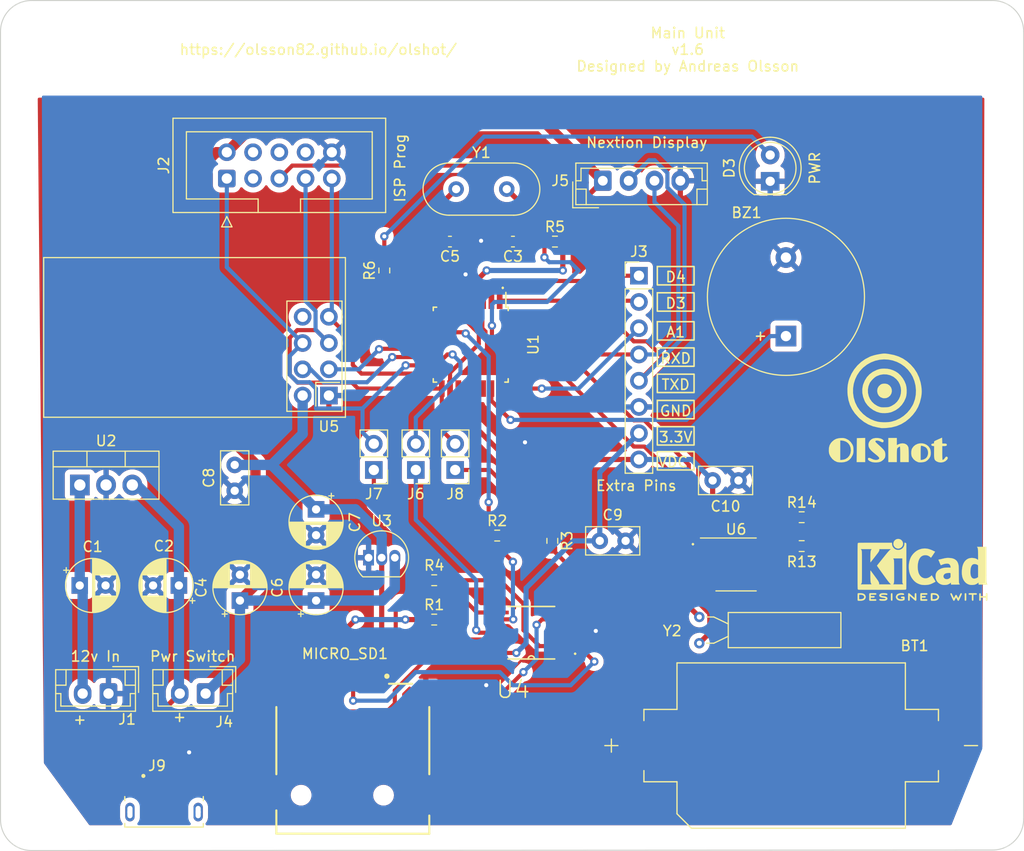
<source format=kicad_pcb>
(kicad_pcb (version 20211014) (generator pcbnew)
  (title_block (title "Main Unit") (date "2023-02-05") (rev "105") (company "OlsShot"))
  (layers (0 "F.Cu" signal) (31 "B.Cu" signal) (34 "B.Paste" user) (35 "F.Paste" user) (36 "B.SilkS" user "B.Silkscreen") (37 "F.SilkS" user "F.Silkscreen") (38 "B.Mask" user) (39 "F.Mask" user) (44 "Edge.Cuts" user))
  (net 0 "")
  (net 1 "GND")
  (net 2 "/VBAT")
  (net 3 "/A0")
  (net 4 "+12V")
  (net 5 "Net-(C2-Pad1)")
  (net 6 "/XTAL1")
  (net 7 "+VDC")
  (net 8 "/XTAL2")
  (net 9 "+3.3V")
  (net 13 "Net-(D3-Pad2)")
  (net 14 "unconnected-(J9-PadS1)")
  (net 16 "/MOSI")
  (net 17 "/RESET")
  (net 19 "/SCK")
  (net 21 "/MISO")
  (net 23 "/D3")
  (net 24 "/D4")
  (net 25 "/A1")
  (net 26 "/RXD")
  (net 27 "/TXD")
  (net 28 "/DAT2")
  (net 29 "/DAT3")
  (net 30 "/CMD")
  (net 31 "/CLK")
  (net 32 "/DAT0")
  (net 33 "/DAT1")
  (net 34 "/CD1")
  (net 35 "/D6")
  (net 36 "/4A")
  (net 37 "/D7")
  (net 38 "/3A")
  (net 39 "/2A")
  (net 40 "/1A")
  (net 41 "/A5")
  (net 42 "/A4")
  (net 43 "/D5")
  (net 44 "/D8")
  (net 45 "/D9")
  (net 46 "/SS")
  (net 50 "/A2")
  (net 51 "/A3")
  (net 52 "/D2")
  (net 54 "/X1")
  (net 55 "/X2")
  (net 57 "/SDMISO")
  (net 58 "/SDMOSI")
  (net 59 "/SDSCK")
  (footprint "Connector_PinHeader_2.54mm:PinHeader_1x02_P2.54mm_Vertical" (layer "F.Cu") (at 87.122 106.426 180)
    (fp_text reference "J7")
    (fp_text value "MOSI Enable" hide)
  )
  (footprint "LED_THT:LED_D5.0mm" (layer "F.Cu") (at 125.476 78.491 90)
    (fp_text reference "D3")
    (fp_text value "PWR/BATT" hide)
  )
  (footprint "TF-01A:TF-01A" (layer "F.Cu") (at 85.09 134.366)
    (fp_text reference "MICRO_SD1")
    (fp_text value "TF-01A" hide)
  )
  (footprint "Capacitor_THT:CP_Radial_D5.0mm_P2.50mm" (layer "F.Cu") (at 81.534 110.236 -90)
    (fp_text reference "C7")
    (fp_text value "10 uF")
  )
  (footprint "MountingHole:MountingHole_2.5mm" (layer "F.Cu") (at 54.4 139.8)
    (fp_text reference "REF**" hide)
    (fp_text value "MountingHole_2.5mm" hide)
  )
  (footprint "Symbol:KiCad-Logo2_5mm_SilkScreen" (layer "F.Cu") (at 140.208 116.078)
    (fp_text reference "REF**" hide)
    (fp_text value "KiCad-Logo2_5mm_SilkScreen" hide)
  )
  (footprint "MountingHole:MountingHole_2.5mm" (layer "F.Cu") (at 146.5 64.5)
    (fp_text reference "REF**" hide)
    (fp_text value "MountingHole_2.5mm" hide)
  )
  (footprint "Loggor:olshot_small" (layer "F.Cu") (at 136.652 101.092)
    (fp_text reference "G***" hide)
    (fp_text value "LOGO" hide)
  )
  (footprint "Crystal:Crystal_AT310_D3.0mm_L10.0mm_Horizontal" (layer "F.Cu") (at 118.618 123.19 90)
    (fp_text reference "Y2")
    (fp_text value "Crystal" hide)
  )
  (footprint "Capacitor_SMD:C_0603_1608Metric" (layer "F.Cu") (at 94.488 84.328 180)
    (fp_text reference "C5")
    (fp_text value "22pF" hide)
  )
  (footprint "Capacitor_SMD:C_0603_1608Metric" (layer "F.Cu") (at 100.584 84.328 180)
    (fp_text reference "C3")
    (fp_text value "22pF" hide)
  )
  (footprint "Resistor_SMD:R_0603_1608Metric" (layer "F.Cu") (at 104.394 113.284 -90)
    (fp_text reference "R3")
    (fp_text value "3.3K" hide)
  )
  (footprint "Resistor_SMD:R_0603_1608Metric" (layer "F.Cu") (at 128.524 110.998)
    (fp_text reference "R14")
    (fp_text value "10K" hide)
  )
  (footprint "Capacitor_THT:CP_Radial_D5.0mm_P2.50mm" (layer "F.Cu") (at 74.168 119.061112 90)
    (fp_text reference "C4")
    (fp_text value "10 uF" hide)
  )
  (footprint "Buzzer_Beeper:Buzzer_15x7.5RM7.6" (layer "F.Cu") (at 127 93.472 90)
    (fp_text reference "BZ1")
    (fp_text value "Buzzer" hide)
  )
  (footprint "Package_TO_SOT_THT:TO-92_Inline" (layer "F.Cu") (at 86.614 114.914)
    (fp_text reference "U3")
    (fp_text value "MCP1700-3302E" hide)
  )
  (footprint "10118193-0001LF:FCI_10118193-0001LF" (layer "F.Cu") (at 66.82375 139.5295)
    (fp_text reference "J9")
    (fp_text value "10118193-0001LF" hide)
  )
  (footprint "Connector_JST:JST_EH_B4B-EH-A_1x04_P2.50mm_Vertical" (layer "F.Cu") (at 109.28 78.44)
    (fp_text reference "J5")
    (fp_text value "Nextion Display" hide)
  )
  (footprint "Resistor_SMD:R_0603_1608Metric" (layer "F.Cu") (at 88.138 87.122 90)
    (fp_text reference "R6")
    (fp_text value "470" hide)
  )
  (footprint "Connector_JST:JST_EH_B2B-EH-A_1x02_P2.50mm_Vertical" (layer "F.Cu") (at 61.448 128.062 180)
    (fp_text reference "J1")
    (fp_text value "12v IN" hide)
  )
  (footprint "Connector_PinHeader_2.54mm:PinHeader_1x02_P2.54mm_Vertical" (layer "F.Cu") (at 91.186 106.426 180)
    (fp_text reference "J6")
    (fp_text value "MISO Enable" hide)
  )
  (footprint "Resistor_SMD:R_0603_1608Metric" (layer "F.Cu") (at 92.964 117.094)
    (fp_text reference "R4")
    (fp_text value "3.3K" hide)
  )
  (footprint "Capacitor_THT:C_Disc_D5.0mm_W2.5mm_P2.50mm" (layer "F.Cu") (at 108.986 113.284)
    (fp_text reference "C9")
    (fp_text value "100nf" hide)
  )
  (footprint "Package_TO_SOT_THT:TO-220-3_Vertical" (layer "F.Cu") (at 58.674 107.879)
    (fp_text reference "U2")
    (fp_text value "LM7805_TO220" hide)
  )
  (footprint "Package_SO:SOIC-8_3.9x4.9mm_P1.27mm" (layer "F.Cu") (at 122.174 115.57)
    (fp_text reference "U6")
    (fp_text value "DS1307ZN+" hide)
  )
  (footprint "Crystal:Crystal_HC18-U_Vertical" (layer "F.Cu") (at 95.086 79.248)
    (fp_text reference "Y1")
    (fp_text value "16MHz" hide)
  )
  (footprint "Connector_JST:JST_EH_B2B-EH-A_1x02_P2.50mm_Vertical" (layer "F.Cu") (at 70.846 128.062 180)
    (fp_text reference "J4")
    (fp_text value "PWSwitch" hide)
  )
  (footprint "Capacitor_THT:CP_Radial_D5.0mm_P2.50mm" (layer "F.Cu") (at 68.261112 117.602 180)
    (fp_text reference "C2")
    (fp_text value "1 uF" hide)
  )
  (footprint "Connector_PinHeader_2.54mm:PinHeader_1x02_P2.54mm_Vertical" (layer "F.Cu") (at 94.996 106.426 180)
    (fp_text reference "J8")
    (fp_text value "SCK Enable" hide)
  )
  (footprint "CR2032-BS-6-1:BAT_CR2032-BS-6-1" (layer "F.Cu") (at 127.508 133.096)
    (fp_text reference "BT1")
    (fp_text value "CR2032-BS-6-1" hide)
  )
  (footprint "RF_Module:nRF24L01_Breakout" (layer "F.Cu") (at 82.775 99.225 180)
    (fp_text reference "U5")
    (fp_text value "NRF24L01_Breakout" hide)
  )
  (footprint "Connector_IDC:IDC-Header_2x05_P2.54mm_Vertical" (layer "F.Cu") (at 72.898 78.2225 90)
    (fp_text reference "J2")
    (fp_text value "ISPProg" hide)
  )
  (footprint "Capacitor_THT:C_Disc_D5.0mm_W2.5mm_P2.50mm" (layer "F.Cu") (at 73.66 108.438 90)
    (fp_text reference "C8")
    (fp_text value "100nF")
  )
  (footprint "Capacitor_THT:CP_Radial_D5.0mm_P2.50mm" (layer "F.Cu") (at 81.534 119.061112 90)
    (fp_text reference "C6")
    (fp_text value "10 uF" hide)
  )
  (footprint "Resistor_SMD:R_0603_1608Metric" (layer "F.Cu") (at 104.648 84.328)
    (fp_text reference "R5")
    (fp_text value "100" hide)
  )
  (footprint "MountingHole:MountingHole_2.5mm" (layer "F.Cu") (at 146.8 139.8)
    (fp_text reference "REF**" hide)
    (fp_text value "MountingHole_2.5mm" hide)
  )
  (footprint "Capacitor_THT:C_Disc_D5.0mm_W2.5mm_P2.50mm" (layer "F.Cu") (at 122.408 107.442 180)
    (fp_text reference "C10")
    (fp_text value "100nF" hide)
  )
  (footprint "Resistor_SMD:R_0603_1608Metric" (layer "F.Cu") (at 99.06 112.776)
    (fp_text reference "R2")
    (fp_text value "3.3K" hide)
  )
  (footprint "74LVC125APW_118:SOP65P640X110-14N" (layer "F.Cu") (at 102.362 122.174 180)
    (fp_text reference "U4")
    (fp_text value "74LVC125APW,118" hide)
  )
  (footprint "Resistor_SMD:R_0603_1608Metric" (layer "F.Cu") (at 128.524 113.792)
    (fp_text reference "R13")
    (fp_text value "10K" hide)
  )
  (footprint "Connector_PinHeader_2.54mm:PinHeader_1x08_P2.54mm_Vertical" (layer "F.Cu") (at 112.776 87.63)
    (fp_text reference "J3")
    (fp_text value "Extra Pins" hide)
  )
  (footprint "Capacitor_THT:CP_Radial_D5.0mm_P2.50mm" (layer "F.Cu") (at 58.66444 117.602)
    (fp_text reference "C1")
    (fp_text value "10 uF" hide)
  )
  (footprint "MountingHole:MountingHole_2.5mm" (layer "F.Cu") (at 54.75 64.75)
    (fp_text reference "REF**" hide)
    (fp_text value "MountingHole_2.5mm" hide)
  )
  (footprint "Package_QFP:TQFP-32_7x7mm_P0.8mm" (layer "F.Cu") (at 96.5 94.3 -90)
    (fp_text reference "U1")
    (fp_text value "ATmega328P-A" hide)
  )
  (footprint "Resistor_SMD:R_0603_1608Metric" (layer "F.Cu") (at 92.964 120.904)
    (fp_text reference "R1")
    (fp_text value "3.3K" hide)
  )
  (gr_rect (start 118.11 104.648) (end 114.554 106.426) (layer "F.SilkS") (width 0.15) (fill none))
  (gr_rect (start 118.11 92.075) (end 114.554 93.853) (layer "F.SilkS") (width 0.15) (fill none))
  (gr_rect (start 118.11 94.615) (end 114.554 96.393) (layer "F.SilkS") (width 0.15) (fill none))
  (gr_rect (start 118.11 89.281) (end 114.554 91.059) (layer "F.SilkS") (width 0.15) (fill none))
  (gr_rect (start 118.11 86.741) (end 114.554 88.519) (layer "F.SilkS") (width 0.15) (fill none))
  (gr_rect (start 118.11 97.155) (end 114.554 98.933) (layer "F.SilkS") (width 0.15) (fill none))
  (gr_rect (start 118.11 102.235) (end 114.554 104.013) (layer "F.SilkS") (width 0.15) (fill none))
  (gr_rect (start 118.11 99.695) (end 114.554 101.473) (layer "F.SilkS") (width 0.15) (fill none))
  (gr_arc (start 150 140.2) (mid 149.12132 142.32132) (end 147 143.2) (layer "Edge.Cuts") (width 0.1))
  (gr_arc (start 54 143.25) (mid 51.87868 142.37132) (end 51 140.25) (layer "Edge.Cuts") (width 0.1))
  (gr_line (start 150 64) (end 150 140.2) (layer "Edge.Cuts") (width 0.1))
  (gr_arc (start 147 61) (mid 149.12132 61.87868) (end 150 64) (layer "Edge.Cuts") (width 0.1))
  (gr_arc (start 51 64) (mid 51.87868 61.87868) (end 54 61) (layer "Edge.Cuts") (width 0.1))
  (gr_line (start 147 61) (end 54 61) (layer "Edge.Cuts") (width 0.1))
  (gr_line (start 51 64) (end 51 140.25) (layer "Edge.Cuts") (width 0.1))
  (gr_line (start 147 143.2) (end 54 143.25) (layer "Edge.Cuts") (width 0.1))
  (gr_text "Extra Pins" (at 112.522 107.95) (layer "F.SilkS") (effects (font (size 1 1))))
  (gr_text "RXD" (at 116.332 95.631) (layer "F.SilkS") (effects (font (size 1 1))))
  (gr_text "Nextion Display" (at 113.538 74.75) (layer "F.SilkS") (effects (font (size 1 1))))
  (gr_text "+" (at 58.674 130.556) (layer "F.SilkS") (effects (font (size 1 1))))
  (gr_text "PWR" (at 129.794 77.216 90) (layer "F.SilkS") (effects (font (size 1 1))))
  (gr_text "ISP Prog" (at 89.662 77.216 90) (layer "F.SilkS") (effects (font (size 1 1))))
  (gr_text "." (at 106.6 123.8) (layer "F.SilkS") (effects (font (size 1 1))))
  (gr_text "3.3V" (at 116.332 103.251) (layer "F.SilkS") (effects (font (size 1 1))))
  (gr_text "Main Unit\nv1.6\nDesigned by Andreas Olsson" (at 117.5 65.75) (layer "F.SilkS") (effects (font (size 1 1))))
  (gr_text "D3" (at 116.332 90.297) (layer "F.SilkS") (effects (font (size 1 1))))
  (gr_text "https://olsson82.github.io/olshot/" (at 81.75 65.75) (layer "F.SilkS") (effects (font (size 1 1))))
  (gr_text "Pwr Switch" (at 69.596 124.46) (layer "F.SilkS") (effects (font (size 1 1))))
  (gr_text "." (at 118 113.2) (layer "F.SilkS") (effects (font (size 1 1))))
  (gr_text "VDC" (at 116.078 105.664) (layer "F.SilkS") (effects (font (size 1 1))))
  (gr_text "." (at 99.6 88.4) (layer "F.SilkS") (effects (font (size 1 1))))
  (gr_text "A1" (at 116.332 93.091) (layer "F.SilkS") (effects (font (size 1 1))))
  (gr_text "12v In" (at 60.198 124.46) (layer "F.SilkS") (effects (font (size 1 1))))
  (gr_text "GND" (at 116.332 100.711) (layer "F.SilkS") (effects (font (size 1 1))))
  (gr_text "TXD" (at 116.332 98.171) (layer "F.SilkS") (effects (font (size 1 1))))
  (gr_text "D4" (at 116.332 87.757) (layer "F.SilkS") (effects (font (size 1 1))))
  (gr_text "+" (at 68.326 130.302) (layer "F.SilkS") (effects (font (size 1 1))))
  (segment (start 82.775 99.323) (end 82.775 99.225) (width 1) (layer "F.Cu") (net 1))
  (segment (start 100.219095 121.5136) (end 102.477747 123.772253) (width 0.25) (layer "F.Cu") (net 1))
  (segment (start 102.477747 123.772253) (end 102.835295 124.1298) (width 0.25) (layer "F.Cu") (net 1))
  (segment (start 99 127.25) (end 102.477747 123.772253) (width 0.25) (layer "F.Cu") (net 1))
  (segment (start 105.283 122.174) (end 108.426 122.174) (width 0.25) (layer "F.Cu") (net 1))
  (segment (start 97.7 92.7) (end 98 93) (width 0.25) (layer "F.Cu") (net 1))
  (segment (start 96.1 87.6) (end 96.1 90.05) (width 0.25) (layer "F.Cu") (net 1))
  (segment (start 102.835295 124.1298) (end 105.283 124.1298) (width 0.25) (layer "F.Cu") (net 1))
  (segment (start 68.12375 134.87625) (end 69.25 133.75) (width 0.25) (layer "F.Cu") (net 1))
  (segment (start 108.426 122.174) (end 108.6 122) (width 0.25) (layer "F.Cu") (net 1))
  (segment (start 98 93) (end 98 95.5) (width 0.25) (layer "F.Cu") (net 1))
  (segment (start 100.25 103.75) (end 101.75 103.75) (width 0.25) (layer "F.Cu") (net 1))
  (segment (start 96 87.5) (end 96.1 87.6) (width 0.25) (layer "F.Cu") (net 1))
  (segment (start 96.9 96.6) (end 96.9 98.55) (width 0.25) (layer "F.Cu") (net 1))
  (segment (start 98 95.5) (end 96.9 96.6) (width 0.25) (layer "F.Cu") (net 1))
  (segment (start 98 127.25) (end 99 127.25) (width 0.25) (layer "F.Cu") (net 1))
  (segment (start 97.7 90.05) (end 97.7 92.7) (width 0.25) (layer "F.Cu") (net 1))
  (segment (start 96.9 100.4) (end 100.25 103.75) (width 0.25) (layer "F.Cu") (net 1))
  (segment (start 96.9 98.55) (end 96.9 100.4) (width 0.25) (layer "F.Cu") (net 1))
  (segment (start 99.441 121.5136) (end 100.219095 121.5136) (width 0.25) (layer "F.Cu") (net 1))
  (segment (start 68.12375 136.8545) (end 68.12375 134.87625) (width 0.25) (layer "F.Cu") (net 1))
  (via (at 108.6 122) (size 0.8) (drill 0.4) (layers "F.Cu" "B.Cu") (net 1))
  (via (at 69.25 133.75) (size 0.8) (drill 0.4) (layers "F.Cu" "B.Cu") (net 1))
  (via (at 101.75 103.75) (size 0.8) (drill 0.4) (layers "F.Cu" "B.Cu") (net 1))
  (via (at 98 127.25) (size 0.8) (drill 0.4) (layers "F.Cu" "B.Cu") (net 1))
  (via (at 97.5 84.25) (size 0.8) (drill 0.4) (layers "F.Cu" "B.Cu") (net 1))
  (via (at 96 87.5) (size 0.8) (drill 0.4) (layers "F.Cu" "B.Cu") (net 1))
  (segment (start 122.174 123.93) (end 113.008 133.096) (width 0.5) (layer "F.Cu") (net 2))
  (segment (start 119.699 116.205) (end 121.285 116.205) (width 0.5) (layer "F.Cu") (net 2))
  (segment (start 121.285 116.205) (end 122.174 117.094) (width 0.5) (layer "F.Cu") (net 2))
  (segment (start 122.174 117.094) (end 122.174 123.93) (width 0.5) (layer "F.Cu") (net 2))
  (segment (start 98.5 99.73) (end 100.35 101.58) (width 0.4) (layer "F.Cu") (net 3))
  (segment (start 98.5 98.55) (end 98.5 99.73) (width 0.4) (layer "F.Cu") (net 3))
  (via (at 100.35 101.58) (size 0.8) (drill 0.4) (layers "F.Cu" "B.Cu") (net 3))
  (segment (start 117.368 101.58) (end 100.35 101.58) (width 0.4) (layer "B.Cu") (net 3))
  (segment (start 117.368 101.58) (end 125.476 93.472) (width 0.4) (layer "B.Cu") (net 3))
  (segment (start 125.476 93.472) (end 127 93.472) (width 0.4) (layer "B.Cu") (net 3))
  (segment (start 58.948 117.88556) (end 58.66444 117.602) (width 1) (layer "B.Cu") (net 4))
  (segment (start 58.66444 117.602) (end 58.66444 107.88856) (width 1) (layer "B.Cu") (net 4))
  (segment (start 58.66444 107.88856) (end 58.674 107.879) (width 1) (layer "B.Cu") (net 4))
  (segment (start 58.948 128.062) (end 58.948 117.88556) (width 1) (layer "B.Cu") (net 4))
  (segment (start 65.52375 136.8545) (end 65.52375 130.88425) (width 0.5) (layer "F.Cu") (net 5))
  (segment (start 65.52375 130.88425) (end 68.346 128.062) (width 0.5) (layer "F.Cu") (net 5))
  (segment (start 68.261112 127.977112) (end 68.346 128.062) (width 1) (layer "B.Cu") (net 5))
  (segment (start 68.261112 111.949112) (end 68.261112 117.602) (width 1) (layer "B.Cu") (net 5))
  (segment (start 63.754 107.879) (end 64.191 107.879) (width 1) (layer "B.Cu") (net 5))
  (segment (start 68.261112 117.602) (end 68.261112 127.977112) (width 1) (layer "B.Cu") (net 5))
  (segment (start 64.191 107.879) (end 68.261112 111.949112) (width 1) (layer "B.Cu") (net 5))
  (segment (start 101.359 84.328) (end 101.359 80.621) (width 0.5) (layer "F.Cu") (net 6))
  (segment (start 95.504 85.852) (end 94.5 86.856) (width 0.5) (layer "F.Cu") (net 6))
  (segment (start 101.359 84.823) (end 100.33 85.852) (width 0.5) (layer "F.Cu") (net 6))
  (segment (start 94.5 86.856) (end 94.5 90.05) (width 0.5) (layer "F.Cu") (net 6))
  (segment (start 100.33 85.852) (end 95.504 85.852) (width 0.5) (layer "F.Cu") (net 6))
  (segment (start 101.359 80.621) (end 99.986 79.248) (width 0.5) (layer "F.Cu") (net 6))
  (segment (start 101.359 84.328) (end 101.359 84.823) (width 0.5) (layer "F.Cu") (net 6))
  (segment (start 105.41 87.122) (end 105.41 84.391) (width 0.5) (layer "F.Cu") (net 7))
  (segment (start 100.076 105.41) (end 112.776 105.41) (width 0.5) (layer "F.Cu") (net 7))
  (segment (start 97.282 93.218) (end 97.282 94.234) (width 0.4) (layer "F.Cu") (net 7))
  (segment (start 119.908 108.924) (end 119.908 107.442) (width 0.5) (layer "F.Cu") (net 7))
  (segment (start 124.649 113.665) (end 119.908 108.924) (width 0.5) (layer "F.Cu") (net 7))
  (segment (start 75.668 117.561112) (end 74.168 119.061112) (width 1) (layer "F.Cu") (net 7))
  (segment (start 96.782 92.718) (end 97.282 93.218) (width 0.4) (layer "F.Cu") (net 7))
  (segment (start 67.31 97.466679) (end 75.668 105.824679) (width 1) (layer "F.Cu") (net 7))
  (segment (start 67.31 80.264) (end 67.31 97.466679) (width 1) (layer "F.Cu") (net 7))
  (segment (start 127.699 110.998) (end 127.699 113.792) (width 0.5) (layer "F.Cu") (net 7))
  (segment (start 96.9 92.6) (end 96.9 90.05) (width 0.4) (layer "F.Cu") (net 7))
  (segment (start 95.3 90.05) (end 95.3 91.236) (width 0.4) (layer "F.Cu") (net 7))
  (segment (start 72.898 75.6825) (end 71.8915 75.6825) (width 1) (layer "F.Cu") (net 7))
  (segment (start 96.9 90.05) (end 96.9 88.266) (width 0.5) (layer "F.Cu") (net 7))
  (segment (start 72.898 75.6825) (end 75.9365 72.644) (width 1) (layer "F.Cu") (net 7))
  (segment (start 95.3 91.236) (end 96.782 92.718) (width 0.4) (layer "F.Cu") (net 7))
  (segment (start 96.9 88.266) (end 98.044 87.122) (width 0.5) (layer "F.Cu") (net 7))
  (segment (start 127.572 113.665) (end 127.699 113.792) (width 0.5) (layer "F.Cu") (net 7))
  (segment (start 75.9365 72.644) (end 103.484 72.644) (width 1) (layer "F.Cu") (net 7))
  (segment (start 94.5 99.834) (end 100.076 105.41) (width 0.5) (layer "F.Cu") (net 7))
  (segment (start 105.473 82.247) (end 109.28 78.44) (width 0.5) (layer "F.Cu") (net 7))
  (segment (start 105.473 84.328) (end 105.473 82.247) (width 0.5) (layer "F.Cu") (net 7))
  (segment (start 71.8915 75.6825) (end 67.31 80.264) (width 1) (layer "F.Cu") (net 7))
  (segment (start 105.41 84.391) (end 105.473 84.328) (width 0.5) (layer "F.Cu") (net 7))
  (segment (start 103.484 72.644) (end 109.28 78.44) (width 1) (layer "F.Cu") (net 7))
  (segment (start 97.282 94.234) (end 94.5 97.016) (width 0.4) (layer "F.Cu") (net 7))
  (segment (start 124.649 113.665) (end 127.572 113.665) (width 0.5) (layer "F.Cu") (net 7))
  (segment (start 94.5 98.55) (end 94.5 99.834) (width 0.5) (layer "F.Cu") (net 7))
  (segment (start 75.668 105.824679) (end 75.668 117.561112) (width 1) (layer "F.Cu") (net 7))
  (segment (start 94.5 97.016) (end 94.5 98.55) (width 0.4) (layer "F.Cu") (net 7))
  (segment (start 96.782 92.718) (end 96.9 92.6) (width 0.4) (layer "F.Cu") (net 7))
  (via (at 105.41 87.122) (size 0.8) (drill 0.4) (layers "F.Cu" "B.Cu") (net 7))
  (via (at 98.044 87.122) (size 0.8) (drill 0.4) (layers "F.Cu" "B.Cu") (net 7))
  (segment (start 81.534 119.061112) (end 87.948888 119.061112) (width 1) (layer "B.Cu") (net 7))
  (segment (start 87.948888 119.061112) (end 89.154 117.856) (width 1) (layer "B.Cu") (net 7))
  (segment (start 74.168 124.74) (end 70.846 128.062) (width 1) (layer "B.Cu") (net 7))
  (segment (start 112.776 105.41) (end 117.876 105.41) (width 0.5) (layer "B.Cu") (net 7))
  (segment (start 89.154 117.856) (end 89.154 114.914) (width 1) (layer "B.Cu") (net 7))
  (segment (start 117.876 105.41) (end 119.908 107.442) (width 0.5) (layer "B.Cu") (net 7))
  (segment (start 74.168 119.061112) (end 81.534 119.061112) (width 1) (layer "B.Cu") (net 7))
  (segment (start 98.044 87.122) (end 105.41 87.122) (width 0.5) (layer "B.Cu") (net 7))
  (segment (start 74.168 119.061112) (end 74.168 124.74) (width 1) (layer "B.Cu") (net 7))
  (segment (start 93.7 84.341) (end 93.7 90.05) (width 0.5) (layer "F.Cu") (net 8))
  (segment (start 93.713 80.621) (end 95.086 79.248) (width 0.5) (layer "F.Cu") (net 8))
  (segment (start 93.713 84.328) (end 93.7 84.341) (width 0.5) (layer "F.Cu") (net 8))
  (segment (start 93.713 84.328) (end 93.713 80.621) (width 0.5) (layer "F.Cu") (net 8))
  (segment (start 84.074 129.794) (end 84.0198 129.7398) (width 0.4) (layer "F.Cu") (net 9))
  (segment (start 84.0198 126.3922) (end 87.884 122.528) (width 0.5) (layer "F.Cu") (net 9))
  (segment (start 88.392 129.794) (end 84.074 129.794) (width 0.4) (layer "F.Cu") (net 9))
  (segment (start 99.441 124.1298) (end 92.7862 124.1298) (width 0.4) (layer "F.Cu") (net 9))
  (segment (start 89.154 129.032) (end 88.392 129.794) (width 0.4) (layer "F.Cu") (net 9))
  (segment (start 84.0198 127.1922) (end 84.0198 126.3922) (width 0.5) (layer "F.Cu") (net 9))
  (segment (start 92.7862 124.1298) (end 89.154 127.762) (width 0.4) (layer "F.Cu") (net 9))
  (segment (start 84.0198 129.7398) (end 84.0198 127.1922) (width 0.4) (layer "F.Cu") (net 9))
  (segment (start 99.441 124.1298) (end 100.9142 124.1298) (width 0.4) (layer "F.Cu") (net 9))
  (segment (start 87.884 122.528) (end 87.884 114.914) (width 0.5) (layer "F.Cu") (net 9))
  (segment (start 89.154 127.762) (end 89.154 129.032) (width 0.4) (layer "F.Cu") (net 9))
  (via (at 100.9142 124.1298) (size 0.8) (drill 0.4) (layers "F.Cu" "B.Cu") (net 9))
  (segment (start 101.854 117.856) (end 101.854 123.19) (width 0.5) (layer "B.Cu") (net 9))
  (segment (start 106.426 113.284) (end 101.854 117.856) (width 0.5) (layer "B.Cu") (net 9))
  (segment (start 80.235 99.225) (end 80.235 102.939) (width 1) (layer "B.Cu") (net 9))
  (segment (start 108.986 113.284) (end 106.426 113.284) (width 0.5) (layer "B.Cu") (net 9))
  (segment (start 73.66 105.938) (end 77.236 105.938) (width 1) (layer "B.Cu") (net 9))
  (segment (start 112.776 102.87) (end 108.986 106.66) (width 0.5) (layer "B.Cu") (net 9))
  (segment (start 101.854 123.19) (end 100.9142 124.1298) (width 0.5) (layer "B.Cu") (net 9))
  (segment (start 87.884 112.776) (end 85.344 110.236) (width 1) (layer "B.Cu") (net 9))
  (segment (start 80.235 102.939) (end 77.236 105.938) (width 1) (layer "B.Cu") (net 9))
  (segment (start 85.344 110.236) (end 81.534 110.236) (width 1) (layer "B.Cu") (net 9))
  (segment (start 108.986 106.66) (end 108.986 113.284) (width 0.5) (layer "B.Cu") (net 9))
  (segment (start 77.236 105.938) (end 81.534 110.236) (width 1) (layer "B.Cu") (net 9))
  (segment (start 87.884 114.914) (end 87.884 112.776) (width 1) (layer "B.Cu") (net 9))
  (segment (start 88.138 86.297) (end 88.138 83.82) (width 0.4) (layer "F.Cu") (net 13))
  (via (at 88.138 83.82) (size 0.8) (drill 0.4) (layers "F.Cu" "B.Cu") (net 13))
  (segment (start 88.138 83.82) (end 97.79 74.168) (width 0.4) (layer "B.Cu") (net 13))
  (segment (start 123.693 74.168) (end 125.476 75.951) (width 0.4) (layer "B.Cu") (net 13))
  (segment (start 97.79 74.168) (end 123.693 74.168) (width 0.4) (layer "B.Cu") (net 13))
  (segment (start 65.62375 139.5295) (end 68.02375 139.5295) (width 0.25) (layer "F.Cu") (net 14))
  (segment (start 63.62375 137.0795) (end 63.62375 137.5295) (width 0.25) (layer "F.Cu") (net 14))
  (segment (start 70.02375 137.0795) (end 70.02375 137.5295) (width 0.25) (layer "F.Cu") (net 14))
  (segment (start 70.02375 137.5295) (end 68.02375 139.5295) (width 0.25) (layer "F.Cu") (net 14))
  (segment (start 63.62375 137.5295) (end 65.62375 139.5295) (width 0.25) (layer "F.Cu") (net 14))
  (segment (start 92.25 96.3) (end 90.204 96.3) (width 0.4) (layer "F.Cu") (net 16))
  (via (at 90.204 96.3) (size 0.8) (drill 0.4) (layers "F.Cu" "B.Cu") (net 16))
  (segment (start 86.029 100.475) (end 86.029 102.793) (width 0.4) (layer "B.Cu") (net 16))
  (segment (start 80.908 97.935) (end 81.525 98.552) (width 0.4) (layer "B.Cu") (net 16))
  (segment (start 72.898 86.808) (end 80.235 94.145) (width 0.4) (layer "B.Cu") (net 16))
  (segment (start 78.985 97.202767) (end 79.717233 97.935) (width 0.4) (layer "B.Cu") (net 16))
  (segment (start 80.235 94.145) (end 78.985 95.395) (width 0.4) (layer "B.Cu") (net 16))
  (segment (start 81.525 98.552) (end 81.525 100.475) (width 0.4) (layer "B.Cu") (net 16))
  (segment (start 81.525 100.475) (end 86.029 100.475) (width 0.4) (layer "B.Cu") (net 16))
  (segment (start 79.717233 97.935) (end 80.908 97.935) (width 0.4) (layer "B.Cu") (net 16))
  (segment (start 78.985 95.395) (end 78.985 97.202767) (width 0.4) (layer "B.Cu") (net 16))
  (segment (start 86.029 100.475) (end 90.204 96.3) (width 0.4) (layer "B.Cu") (net 16))
  (segment (start 86.029 102.793) (end 87.122 103.886) (width 0.4) (layer "B.Cu") (net 16))
  (segment (start 72.898 78.2225) (end 72.898 86.808) (width 0.4) (layer "B.Cu") (net 16))
  (segment (start 103.823 80.963) (end 103.823 84.328) (width 0.4) (layer "F.Cu") (net 17))
  (segment (start 100.75 93.9) (end 98.726 93.9) (width 0.4) (layer "F.Cu") (net 17))
  (segment (start 79.228 76.9725) (end 99.8325 76.9725) (width 0.4) (layer "F.Cu") (net 17))
  (segment (start 103.632 84.519) (end 103.823 84.328) (width 0.4) (layer "F.Cu") (net 17))
  (segment (start 77.978 78.2225) (end 79.228 76.9725) (width 0.4) (layer "F.Cu") (net 17))
  (segment (start 98.552 93.726) (end 98.552 92.456) (width 0.4) (layer "F.Cu") (net 17))
  (segment (start 103.632 85.852) (end 103.632 84.519) (width 0.4) (layer "F.Cu") (net 17))
  (segment (start 98.726 93.9) (end 98.552 93.726) (width 0.4) (layer "F.Cu") (net 17))
  (segment (start 99.8325 76.9725) (end 103.823 80.963) (width 0.4) (layer "F.Cu") (net 17))
  (via (at 103.632 85.852) (size 0.8) (drill 0.4) (layers "F.Cu" "B.Cu") (net 17))
  (via (at 98.552 92.456) (size 0.8) (drill 0.4) (layers "F.Cu" "B.Cu") (net 17))
  (segment (start 104.102 86.322) (end 106.134 86.322) (width 0.4) (layer "B.Cu") (net 17))
  (segment (start 98.806 90.17) (end 98.552 90.424) (width 0.4) (layer "B.Cu") (net 17))
  (segment (start 103.632 85.852) (end 104.102 86.322) (width 0.4) (layer "B.Cu") (net 17))
  (segment (start 98.552 90.424) (end 98.552 92.456) (width 0.4) (layer "B.Cu") (net 17))
  (segment (start 106.934 87.122) (end 103.886 90.17) (width 0.4) (layer "B.Cu") (net 17))
  (segment (start 103.886 90.17) (end 98.806 90.17) (width 0.4) (layer "B.Cu") (net 17))
  (segment (start 106.134 86.322) (end 106.934 87.122) (width 0.4) (layer "B.Cu") (net 17))
  (segment (start 85.021 97.975) (end 85.598 98.552) (width 0.4) (layer "F.Cu") (net 19))
  (segment (start 78.985 93.627233) (end 78.985 97.202767) (width 0.4) (layer "F.Cu") (net 19))
  (segment (start 93.7 102.59) (end 94.996 103.886) (width 0.4) (layer "F.Cu") (net 19))
  (segment (start 81.525 92.895) (end 79.717233 92.895) (width 0.4) (layer "F.Cu") (net 19))
  (segment (start 85.598 98.552) (end 85.6 98.55) (width 0.4) (layer "F.Cu") (net 19))
  (segment (start 93.7 98.55) (end 93.7 102.59) (width 0.4) (layer "F.Cu") (net 19))
  (segment (start 85.6 98.55) (end 93.7 98.55) (width 0.4) (layer "F.Cu") (net 19))
  (segment (start 79.717233 92.895) (end 78.985 93.627233) (width 0.4) (layer "F.Cu") (net 19))
  (segment (start 82.775 94.145) (end 81.525 92.895) (width 0.4) (layer "F.Cu") (net 19))
  (segment (start 79.757233 97.975) (end 85.021 97.975) (width 0.4) (layer "F.Cu") (net 19))
  (segment (start 78.985 97.202767) (end 79.757233 97.975) (width 0.4) (layer "F.Cu") (net 19))
  (segment (start 81.485 91.047233) (end 81.485 92.855) (width 0.4) (layer "B.Cu") (net 19))
  (segment (start 80.518 90.080233) (end 81.485 91.047233) (width 0.4) (layer "B.Cu") (net 19))
  (segment (start 80.518 78.2225) (end 80.518 90.080233) (width 0.4) (layer "B.Cu") (net 19))
  (segment (start 81.485 92.855) (end 82.775 94.145) (width 0.4) (layer "B.Cu") (net 19))
  (segment (start 82.775 91.605) (end 85.09 93.92) (width 0.4) (layer "F.Cu") (net 21))
  (segment (start 85.924 97.1) (end 92.25 97.1) (width 0.4) (layer "F.Cu") (net 21))
  (segment (start 93.726 96.699) (end 93.726 95.758) (width 0.4) (layer "F.Cu") (net 21))
  (segment (start 92.25 97.1) (end 93.325 97.1) (width 0.4) (layer "F.Cu") (net 21))
  (segment (start 93.325 97.1) (end 93.726 96.699) (width 0.4) (layer "F.Cu") (net 21))
  (segment (start 85.09 93.92) (end 85.09 96.266) (width 0.4) (layer "F.Cu") (net 21))
  (segment (start 93.726 95.758) (end 94.234 95.25) (width 0.4) (layer "F.Cu") (net 21))
  (segment (start 94.234 95.25) (end 94.742 95.25) (width 0.4) (layer "F.Cu") (net 21))
  (segment (start 85.09 96.266) (end 85.924 97.1) (width 0.4) (layer "F.Cu") (net 21))
  (via (at 94.742 95.25) (size 0.8) (drill 0.4) (layers "F.Cu" "B.Cu") (net 21))
  (segment (start 83.058 78.2225) (end 83.058 91.322) (width 0.4) (layer "B.Cu") (net 21))
  (segment (start 95.504 96.012) (end 94.742 95.25) (width 0.4) (layer "B.Cu") (net 21))
  (segment (start 95.504 97.028) (end 95.504 96.012) (width 0.4) (layer "B.Cu") (net 21))
  (segment (start 83.058 91.322) (end 82.775 91.605) (width 0.4) (layer "B.Cu") (net 21))
  (segment (start 91.186 103.886) (end 91.186 101.346) (width 0.4) (layer "B.Cu") (net 21))
  (segment (start 91.186 101.346) (end 95.504 97.028) (width 0.4) (layer "B.Cu") (net 21))
  (segment (start 99.3 90.05) (end 112.656 90.05) (width 0.4) (layer "F.Cu") (net 23))
  (segment (start 112.656 90.05) (end 112.776 90.17) (width 0.4) (layer "F.Cu") (net 23))
  (segment (start 99.314 88.138) (end 98.5 88.952) (width 0.4) (layer "F.Cu") (net 24))
  (segment (start 107.442 88.138) (end 99.314 88.138) (width 0.4) (layer "F.Cu") (net 24))
  (segment (start 107.95 87.63) (end 107.442 88.138) (width 0.4) (layer "F.Cu") (net 24))
  (segment (start 112.776 87.63) (end 107.95 87.63) (width 0.4) (layer "F.Cu") (net 24))
  (segment (start 98.5 88.952) (end 98.5 90.05) (width 0.4) (layer "F.Cu") (net 24))
  (segment (start 99.3 98.55) (end 103.376 98.55) (width 0.4) (layer "F.Cu") (net 25))
  (via (at 103.376 98.55) (size 0.8) (drill 0.4) (layers "F.Cu" "B.Cu") (net 25))
  (segment (start 103.376 98.55) (end 106.936 98.55) (width 0.4) (layer "B.Cu") (net 25))
  (segment (start 106.936 98.55) (end 112.776 92.71) (width 0.4) (layer "B.Cu") (net 25))
  (segment (start 108.712 95.25) (end 112.776 95.25) (width 0.4) (layer "F.Cu") (net 26))
  (segment (start 106.562 93.1) (end 108.712 95.25) (width 0.4) (layer "F.Cu") (net 26))
  (segment (start 100.75 93.1) (end 106.562 93.1) (width 0.4) (layer "F.Cu") (net 26))
  (segment (start 116.586 93.218) (end 116.586 82.804) (width 0.4) (layer "B.Cu") (net 26))
  (segment (start 112.776 95.25) (end 114.554 95.25) (width 0.4) (layer "B.Cu") (net 26))
  (segment (start 114.28 80.498) (end 114.28 78.44) (width 0.4) (layer "B.Cu") (net 26))
  (segment (start 116.586 82.804) (end 114.28 80.498) (width 0.4) (layer "B.Cu") (net 26))
  (segment (start 114.554 95.25) (end 116.586 93.218) (width 0.4) (layer "B.Cu") (net 26))
  (segment (start 115.062 95.504) (end 112.776 97.79) (width 0.4) (layer "F.Cu") (net 27))
  (segment (start 113.538 93.98) (end 115.062 95.504) (width 0.4) (layer "F.Cu") (net 27))
  (segment (start 100.75 92.3) (end 110.598233 92.3) (width 0.4) (layer "F.Cu") (net 27))
  (segment (start 112.278233 93.98) (end 113.538 93.98) (width 0.4) (layer "F.Cu") (net 27))
  (segment (start 110.598233 92.3) (end 112.278233 93.98) (width 0.4) (layer "F.Cu") (net 27))
  (segment (start 114.3 76.454) (end 113.766 76.454) (width 0.4) (layer "B.Cu") (net 27))
  (segment (start 112.862528 97.79) (end 117.186 93.466528) (width 0.4) (layer "B.Cu") (net 27))
  (segment (start 112.776 97.79) (end 112.862528 97.79) (width 0.4) (layer "B.Cu") (net 27))
  (segment (start 115.53 77.684) (end 114.3 76.454) (width 0.4) (layer "B.Cu") (net 27))
  (segment (start 115.53 79.082767) (end 115.53 77.684) (width 0.4) (layer "B.Cu") (net 27))
  (segment (start 113.766 76.454) (end 111.78 78.44) (width 0.4) (layer "B.Cu") (net 27))
  (segment (start 117.186 80.738767) (end 115.53 79.082767) (width 0.4) (layer "B.Cu") (net 27))
  (segment (start 117.186 93.466528) (end 117.186 80.738767) (width 0.4) (layer "B.Cu") (net 27))
  (segment (start 89.662 119.126) (end 89.2426 119.5454) (width 0.4) (layer "F.Cu") (net 29))
  (segment (start 86.2198 126.4922) (end 89.2426 123.4694) (width 0.4) (layer "F.Cu") (net 29))
  (segment (start 89.2426 119.5454) (end 89.2426 123.4694) (width 0.4) (layer "F.Cu") (net 29))
  (segment (start 97.1042 120.2182) (end 96.012 119.126) (width 0.4) (layer "F.Cu") (net 29))
  (segment (start 99.441 120.2182) (end 97.1042 120.2182) (width 0.4) (layer "F.Cu") (net 29))
  (segment (start 89.2426 123.4694) (end 99.441 123.4694) (width 0.4) (layer "F.Cu") (net 29))
  (segment (start 96.012 119.126) (end 89.662 119.126) (width 0.4) (layer "F.Cu") (net 29))
  (segment (start 86.2198 127.1922) (end 86.2198 126.4922) (width 0.4) (layer "F.Cu") (net 29))
  (segment (start 105.283 122.8344) (end 106.3244 122.8344) (width 0.4) (layer "F.Cu") (net 30))
  (segment (start 106.3244 122.8344) (end 108.458 124.968) (width 0.4) (layer "F.Cu") (net 30))
  (segment (start 85.1198 127.1922) (end 85.1198 128.7482) (width 0.4) (layer "F.Cu") (net 30))
  (via (at 108.458 124.968) (size 0.8) (drill 0.4) (layers "F.Cu" "B.Cu") (net 30))
  (via (at 85.1198 128.7482) (size 0.8) (drill 0.4) (layers "F.Cu" "B.Cu") (net 30))
  (segment (start 100.584 127.254) (end 106.172 127.254) (width 0.4) (layer "B.Cu") (net 30))
  (segment (start 85.1198 128.7482) (end 88.4218 128.7482) (width 0.4) (layer "B.Cu") (net 30))
  (segment (start 106.172 127.254) (end 108.458 124.968) (width 0.4) (layer "B.Cu") (net 30))
  (segment (start 99.314 125.984) (end 100.584 127.254) (width 0.4) (layer "B.Cu") (net 30))
  (segment (start 91.186 125.984) (end 99.314 125.984) (width 0.4) (layer "B.Cu") (net 30))
  (segment (start 88.4218 128.7482) (end 91.186 125.984) (width 0.4) (layer "B.Cu") (net 30))
  (segment (start 82.9198 127.1922) (end 82.9198 129.6558) (width 0.4) (layer "F.Cu") (net 31))
  (segment (start 103.4034 120.8786) (end 102.87 121.412) (width 0.4) (layer "F.Cu") (net 31))
  (segment (start 83.82 130.556) (end 97.028 130.556) (width 0.4) (layer "F.Cu") (net 31))
  (segment (start 105.283 120.8786) (end 103.4034 120.8786) (width 0.4) (layer "F.Cu") (net 31))
  (segment (start 82.9198 129.6558) (end 83.82 130.556) (width 0.4) (layer "F.Cu") (net 31))
  (segment (start 97.028 130.556) (end 101.6 125.984) (width 0.4) (layer "F.Cu") (net 31))
  (via (at 101.6 125.984) (size 0.8) (drill 0.4) (layers "F.Cu" "B.Cu") (net 31))
  (via (at 102.87 121.412) (size 0.8) (drill 0.4) (layers "F.Cu" "B.Cu") (net 31))
  (segment (start 101.6 125.984) (end 102.87 124.714) (width 0.4) (layer "B.Cu") (net 31))
  (segment (start 102.87 124.714) (end 102.87 121.412) (width 0.4) (layer "B.Cu") (net 31))
  (segment (start 92.139 120.904) (end 90.17 120.904) (width 0.5) (layer "F.Cu") (net 32))
  (segment (start 80.7198 125.5282) (end 85.344 120.904) (width 0.5) (layer "F.Cu") (net 32))
  (segment (start 80.7198 127.1922) (end 80.7198 125.5282) (width 0.5) (layer "F.Cu") (net 32))
  (via (at 90.17 120.904) (size 0.8) (drill 0.4) (layers "F.Cu" "B.Cu") (net 32))
  (via (at 85.344 120.904) (size 0.8) (drill 0.4) (layers "F.Cu" "B.Cu") (net 32))
  (segment (start 90.17 120.904) (end 85.344 120.904) (width 0.5) (layer "B.Cu") (net 32))
  (segment (start 92.25 92.3) (end 90.522 92.3) (width 0.4) (layer "F.Cu") (net 35))
  (segment (start 90.522 92.3) (end 88.138 89.916) (width 0.4) (layer "F.Cu") (net 35))
  (segment (start 88.138 89.916) (end 88.138 87.947) (width 0.4) (layer "F.Cu") (net 35))
  (segment (start 99.441 122.8344) (end 95.7194 122.8344) (width 0.4) (layer "F.Cu") (net 36))
  (segment (start 95.7194 122.8344) (end 93.789 120.904) (width 0.4) (layer "F.Cu") (net 36))
  (segment (start 98.235 112.776) (end 98.235 109.537) (width 0.4) (layer "F.Cu") (net 37))
  (segment (start 92.25 93.1) (end 95.894 93.1) (width 0.4) (layer "F.Cu") (net 37))
  (segment (start 95.894 93.1) (end 96.012 93.218) (width 0.4) (layer "F.Cu") (net 37))
  (via (at 96.012 93.218) (size 0.8) (drill 0.4) (layers "F.Cu" "B.Cu") (net 37))
  (via (at 98.235 109.537) (size 0.8) (drill 0.4) (layers "F.Cu" "B.Cu") (net 37))
  (segment (start 98.235 95.441) (end 96.012 93.218) (width 0.4) (layer "B.Cu") (net 37))
  (segment (start 98.235 109.537) (end 98.235 95.441) (width 0.4) (layer "B.Cu") (net 37))
  (segment (start 99.441 120.8786) (end 100.6094 120.8786) (width 0.4) (layer "F.Cu") (net 38))
  (segment (start 99.885 114.617) (end 100.584 115.316) (width 0.4) (layer "F.Cu") (net 38))
  (segment (start 99.885 112.776) (end 99.885 114.617) (width 0.4) (layer "F.Cu") (net 38))
  (via (at 100.584 115.316) (size 0.8) (drill 0.4) (layers "F.Cu" "B.Cu") (net 38))
  (via (at 100.6094 120.8786) (size 0.8) (drill 0.4) (layers "F.Cu" "B.Cu") (net 38))
  (segment (start 100.584 120.8532) (end 100.584 115.316) (width 0.4) (layer "B.Cu") (net 38))
  (segment (start 100.6094 120.8786) (end 100.584 120.8532) (width 0.4) (layer "B.Cu") (net 38))
  (segment (start 105.283 121.5136) (end 106.4196 121.5136) (width 0.4) (layer "F.Cu") (net 39))
  (segment (start 107.442 117.157) (end 104.394 114.109) (width 0.4) (layer "F.Cu") (net 39))
  (segment (start 106.4196 121.5136) (end 107.442 120.4912) (width 0.4) (layer "F.Cu") (net 39))
  (segment (start 107.442 120.4912) (end 107.442 117.157) (width 0.4) (layer "F.Cu") (net 39))
  (segment (start 101.6 121.92) (end 101.6 119.38) (width 0.4) (layer "F.Cu") (net 40))
  (segment (start 101.6 119.38) (end 99.314 117.094) (width 0.4) (layer "F.Cu") (net 40))
  (segment (start 103.1494 123.4694) (end 101.6 121.92) (width 0.4) (layer "F.Cu") (net 40))
  (segment (start 105.283 123.4694) (end 103.1494 123.4694) (width 0.4) (layer "F.Cu") (net 40))
  (segment (start 99.314 117.094) (end 93.789 117.094) (width 0.4) (layer "F.Cu") (net 40))
  (segment (start 118.11 111.252) (end 120.65 111.252) (width 0.4) (layer "F.Cu") (net 41))
  (segment (start 122.936 115.57) (end 123.571 116.205) (width 0.4) (layer "F.Cu") (net 41))
  (segment (start 126.936 116.205) (end 129.349 113.792) (width 0.5) (layer "F.Cu") (net 41))
  (segment (start 112.288 101.62) (end 113.304 101.62) (width 0.4) (layer "F.Cu") (net 41))
  (segment (start 100.75 94.7) (end 105.368 94.7) (width 0.4) (layer "F.Cu") (net 41))
  (segment (start 117.602 110.744) (end 118.11 111.252) (width 0.4) (layer "F.Cu") (net 41))
  (segment (start 123.571 116.205) (end 124.649 116.205) (width 0.4) (layer "F.Cu") (net 41))
  (segment (start 120.65 111.252) (end 122.936 113.538) (width 0.4) (layer "F.Cu") (net 41))
  (segment (start 117.602 105.918) (end 117.602 110.744) (width 0.4) (layer "F.Cu") (net 41))
  (segment (start 105.368 94.7) (end 112.288 101.62) (width 0.4) (layer "F.Cu") (net 41))
  (segment (start 124.649 116.205) (end 126.936 116.205) (width 0.5) (layer "F.Cu") (net 41))
  (segment (start 113.304 101.62) (end 117.602 105.918) (width 0.4) (layer "F.Cu") (net 41))
  (segment (start 122.936 113.538) (end 122.936 115.57) (width 0.4) (layer "F.Cu") (net 41))
  (segment (start 112.288 104.16) (end 113.304 104.16) (width 0.4) (layer "F.Cu") (net 42))
  (segment (start 121.92 113.538) (end 121.92 115.57) (width 0.4) (layer "F.Cu") (net 42))
  (segment (start 129.159 117.475) (end 124.649 117.475) (width 0.5) (layer "F.Cu") (net 42))
  (segment (start 130.81 112.522) (end 130.81 115.824) (width 0.5) (layer "F.Cu") (net 42))
  (segment (start 130.81 115.824) (end 129.159 117.475) (width 0.5) (layer "F.Cu") (net 42))
  (segment (start 120.396 112.014) (end 121.92 113.538) (width 0.4) (layer "F.Cu") (net 42))
  (segment (start 116.84 111.506) (end 117.348 112.014) (width 0.4) (layer "F.Cu") (net 42))
  (segment (start 116.84 107.696) (end 116.84 111.506) (width 0.4) (layer "F.Cu") (net 42))
  (segment (start 117.348 112.014) (end 120.396 112.014) (width 0.4) (layer "F.Cu") (net 42))
  (segment (start 103.628 95.5) (end 112.288 104.16) (width 0.4) (layer "F.Cu") (net 42))
  (segment (start 129.349 110.998) (end 129.349 111.061) (width 0.5) (layer "F.Cu") (net 42))
  (segment (start 123.825 117.475) (end 124.649 117.475) (width 0.4) (layer "F.Cu") (net 42))
  (segment (start 121.92 115.57) (end 123.825 117.475) (width 0.4) (layer "F.Cu") (net 42))
  (segment (start 100.75 95.5) (end 103.628 95.5) (width 0.4) (layer "F.Cu") (net 42))
  (segment (start 113.304 104.16) (end 116.84 107.696) (width 0.4) (layer "F.Cu") (net 42))
  (segment (start 129.349 111.061) (end 130.81 112.522) (width 0.5) (layer "F.Cu") (net 42))
  (segment (start 92.25 94.7) (end 87.672 94.7) (width 0.4) (layer "F.Cu") (net 45))
  (segment (start 87.672 94.7) (end 87.63 94.742) (width 0.4) (layer "F.Cu") (net 45))
  (via (at 87.63 94.742) (size 0.8) (drill 0.4) (layers "F.Cu" "B.Cu") (net 45))
  (segment (start 85.687 96.685) (end 87.63 94.742) (width 0.4) (layer "B.Cu") (net 45))
  (segment (start 82.775 96.685) (end 85.687 96.685) (width 0.4) (layer "B.Cu") (net 45))
  (segment (start 88.904 95.5) (end 88.9 95.504) (width 0.4) (layer "F.Cu") (net 46))
  (segment (start 92.25 95.5) (end 88.904 95.5) (width 0.4) (layer "F.Cu") (net 46))
  (via (at 88.9 95.504) (size 0.8) (drill 0.4) (layers "F.Cu" "B.Cu") (net 46))
  (segment (start 81.007233 96.685) (end 82.257233 97.935) (width 0.4) (layer "B.Cu") (net 46))
  (segment (start 86.469 97.935) (end 88.9 95.504) (width 0.4) (layer "B.Cu") (net 46))
  (segment (start 80.235 96.685) (end 81.007233 96.685) (width 0.4) (layer "B.Cu") (net 46))
  (segment (start 82.257233 97.935) (end 86.469 97.935) (width 0.4) (layer "B.Cu") (net 46))
  (segment (start 118.999 113.665) (end 116.586 116.078) (width 0.5) (layer "F.Cu") (net 54))
  (segment (start 116.586 116.078) (end 116.586 118.618) (width 0.5) (layer "F.Cu") (net 54))
  (segment (start 116.586 118.618) (end 118.618 120.65) (width 0.5) (layer "F.Cu") (net 54))
  (segment (start 119.699 113.665) (end 118.999 113.665) (width 0.5) (layer "F.Cu") (net 54))
  (segment (start 119.634 122.174) (end 118.618 123.19) (width 0.5) (layer "F.Cu") (net 55))
  (segment (start 118.11 118.798497) (end 119.634 120.322497) (width 0.5) (layer "F.Cu") (net 55))
  (segment (start 119.699 114.935) (end 119.145472 114.935) (width 0.5) (layer "F.Cu") (net 55))
  (segment (start 118.11 115.970472) (end 118.11 118.798497) (width 0.5) (layer "F.Cu") (net 55))
  (segment (start 119.145472 114.935) (end 118.11 115.970472) (width 0.5) (layer "F.Cu") (net 55))
  (segment (start 119.634 120.322497) (end 119.634 122.174) (width 0.5) (layer "F.Cu") (net 55))
  (segment (start 97.282 122.174) (end 97.028 121.92) (width 0.4) (layer "F.Cu") (net 57))
  (segment (start 99.441 122.174) (end 97.282 122.174) (width 0.4) (layer "F.Cu") (net 57))
  (via (at 97.028 121.92) (size 0.8) (drill 0.4) (layers "F.Cu" "B.Cu") (net 57))
  (segment (start 91.186 111.252) (end 91.186 106.426) (width 0.4) (layer "B.Cu") (net 57))
  (segment (start 97.028 117.094) (end 91.186 111.252) (width 0.4) (layer "B.Cu") (net 57))
  (segment (start 97.028 121.92) (end 97.028 117.094) (width 0.4) (layer "B.Cu") (net 57))
  (segment (start 87.122 106.426) (end 87.122 109.728) (width 0.4) (layer "F.Cu") (net 58))
  (segment (start 87.122 109.728) (end 92.139 114.745) (width 0.4) (layer "F.Cu") (net 58))
  (segment (start 92.139 114.745) (end 92.139 117.094) (width 0.4) (layer "F.Cu") (net 58))
  (segment (start 98.361 106.426) (end 104.394 112.459) (width 0.4) (layer "F.Cu") (net 59))
  (segment (start 94.996 106.426) (end 98.361 106.426) (width 0.4) (layer "F.Cu") (net 59))
  (zone (net 1) (net_name "GND") (layer "F.Cu") (connect_pads (clearance 0.508)) (min_thickness 0.254) (fill yes (thermal_gap 0.508) (thermal_bridge_width 0.508))
    (polygon (pts (xy 146 133.2) (xy 143 140.8) (xy 59.6 140.8) (xy 55.2 134.8) (xy 54.6 70.4) (xy 146.2 70.4)))
  )
  (zone (net 1) (net_name "GND") (layer "B.Cu") (connect_pads (clearance 0.508)) (min_thickness 0.254) (fill yes (thermal_gap 0.508) (thermal_bridge_width 0.508))
    (polygon (pts (xy 146 133.4) (xy 143 140.8) (xy 59.6 140.8) (xy 55.2 134.8) (xy 55 70.2) (xy 146 70.2)))
  )
)
</source>
